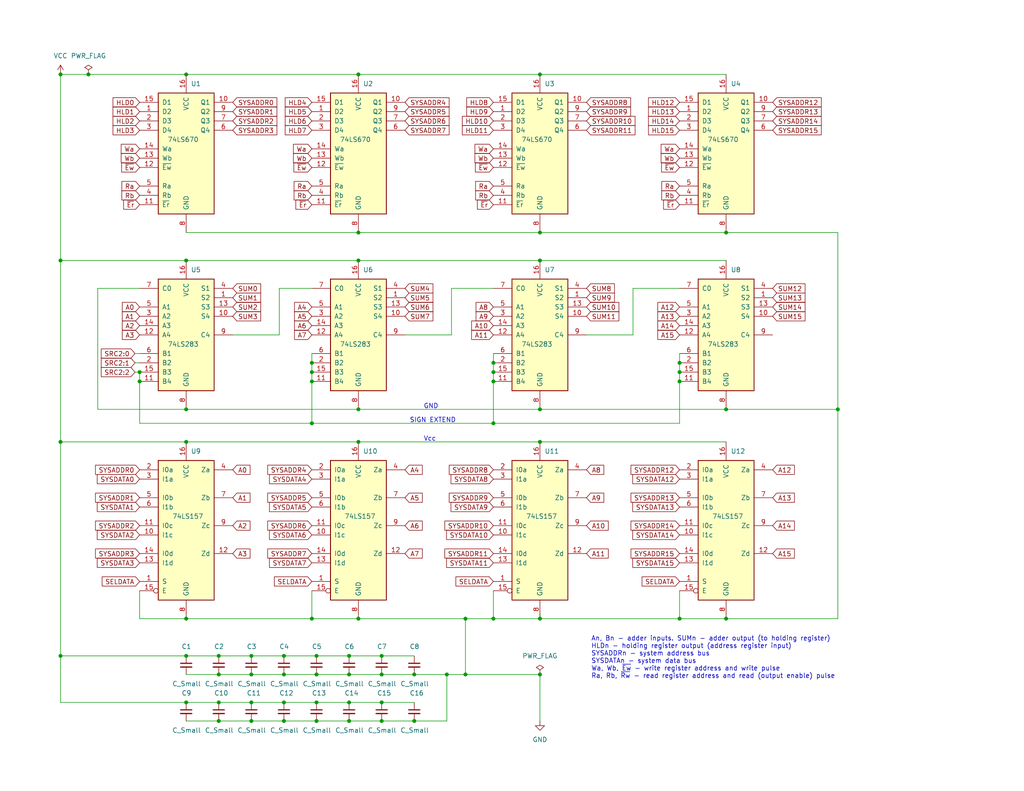
<source format=kicad_sch>
(kicad_sch (version 20230121) (generator eeschema)
  (paper "USLetter")
  (title_block (title "V502 Addressing Unit (Upper Half)"))
  (lib_symbols
    (symbol "74xx:74LS157" (pin_names (offset 1.016))
      (property "Reference" "U" (at -7.62 19.05 0))
      (property "Value" "74LS157" (at -7.62 -21.59 0))
      (symbol "74LS157_1_0"
        (pin input line (at -12.7 -15.24 0) (length 5.08) (name "S") (number "1"))
        (pin input line (at -12.7 -2.54 0) (length 5.08) (name "I1c") (number "10"))
        (pin input line (at -12.7 0 0) (length 5.08) (name "I0c") (number "11"))
        (pin output line (at 12.7 -7.62 180) (length 5.08) (name "Zd") (number "12"))
        (pin input line (at -12.7 -10.16 0) (length 5.08) (name "I1d") (number "13"))
        (pin input line (at -12.7 -7.62 0) (length 5.08) (name "I0d") (number "14"))
        (pin input inverted (at -12.7 -17.78 0) (length 5.08) (name "E") (number "15"))
        (pin power_in line (at 0 22.86 270) (length 5.08) (name "VCC") (number "16"))
        (pin input line (at -12.7 15.24 0) (length 5.08) (name "I0a") (number "2"))
        (pin input line (at -12.7 12.7 0) (length 5.08) (name "I1a") (number "3"))
        (pin output line (at 12.7 15.24 180) (length 5.08) (name "Za") (number "4"))
        (pin input line (at -12.7 7.62 0) (length 5.08) (name "I0b") (number "5"))
        (pin input line (at -12.7 5.08 0) (length 5.08) (name "I1b") (number "6"))
        (pin output line (at 12.7 7.62 180) (length 5.08) (name "Zb") (number "7"))
        (pin power_in line (at 0 -25.4 90) (length 5.08) (name "GND") (number "8"))
        (pin output line (at 12.7 0 180) (length 5.08) (name "Zc") (number "9"))
      )
      (symbol "74LS157_1_1"
        (rectangle (start -7.62 17.78) (end 7.62 -20.32) (stroke (width 0.254)) (fill (type background)))
      )
    )
    (symbol "74xx:74LS283" (pin_names (offset 1.016))
      (property "Reference" "U" (at -7.62 16.51 0))
      (property "Value" "74LS283" (at -7.62 -16.51 0))
      (symbol "74LS283_1_0"
        (pin output line (at 12.7 10.16 180) (length 5.08) (name "S2") (number "1"))
        (pin output line (at 12.7 5.08 180) (length 5.08) (name "S4") (number "10"))
        (pin input line (at -12.7 -12.7 0) (length 5.08) (name "B4") (number "11"))
        (pin input line (at -12.7 0 0) (length 5.08) (name "A4") (number "12"))
        (pin output line (at 12.7 7.62 180) (length 5.08) (name "S3") (number "13"))
        (pin input line (at -12.7 2.54 0) (length 5.08) (name "A3") (number "14"))
        (pin input line (at -12.7 -10.16 0) (length 5.08) (name "B3") (number "15"))
        (pin power_in line (at 0 20.32 270) (length 5.08) (name "VCC") (number "16"))
        (pin input line (at -12.7 -7.62 0) (length 5.08) (name "B2") (number "2"))
        (pin input line (at -12.7 5.08 0) (length 5.08) (name "A2") (number "3"))
        (pin output line (at 12.7 12.7 180) (length 5.08) (name "S1") (number "4"))
        (pin input line (at -12.7 7.62 0) (length 5.08) (name "A1") (number "5"))
        (pin input line (at -12.7 -5.08 0) (length 5.08) (name "B1") (number "6"))
        (pin input line (at -12.7 12.7 0) (length 5.08) (name "C0") (number "7"))
        (pin power_in line (at 0 -20.32 90) (length 5.08) (name "GND") (number "8"))
        (pin output line (at 12.7 0 180) (length 5.08) (name "C4") (number "9"))
      )
      (symbol "74LS283_1_1"
        (rectangle (start -7.62 15.24) (end 7.62 -15.24) (stroke (width 0.254)) (fill (type background)))
      )
    )
    (symbol "74xx:74LS670" (pin_names (offset 1.016))
      (property "Reference" "U" (at -7.62 16.51 0))
      (property "Value" "74LS670" (at -7.62 -19.05 0))
      (symbol "74LS670_1_0"
        (pin input line (at -12.7 10.16 0) (length 5.08) (name "D2") (number "1"))
        (pin tri_state line (at 12.7 12.7 180) (length 5.08) (name "Q1") (number "10"))
        (pin input line (at -12.7 -15.24 0) (length 5.08) (name "~{Er}") (number "11"))
        (pin input line (at -12.7 -5.08 0) (length 5.08) (name "~{Ew}") (number "12"))
        (pin input line (at -12.7 -2.54 0) (length 5.08) (name "Wb") (number "13"))
        (pin input line (at -12.7 0 0) (length 5.08) (name "Wa") (number "14"))
        (pin input line (at -12.7 12.7 0) (length 5.08) (name "D1") (number "15"))
        (pin power_in line (at 0 20.32 270) (length 5.08) (name "VCC") (number "16"))
        (pin input line (at -12.7 7.62 0) (length 5.08) (name "D3") (number "2"))
        (pin input line (at -12.7 5.08 0) (length 5.08) (name "D4") (number "3"))
        (pin input line (at -12.7 -12.7 0) (length 5.08) (name "Rb") (number "4"))
        (pin input line (at -12.7 -10.16 0) (length 5.08) (name "Ra") (number "5"))
        (pin tri_state line (at 12.7 5.08 180) (length 5.08) (name "Q4") (number "6"))
        (pin tri_state line (at 12.7 7.62 180) (length 5.08) (name "Q3") (number "7"))
        (pin power_in line (at 0 -22.86 90) (length 5.08) (name "GND") (number "8"))
        (pin tri_state line (at 12.7 10.16 180) (length 5.08) (name "Q2") (number "9"))
      )
      (symbol "74LS670_1_1"
        (rectangle (start -7.62 15.24) (end 7.62 -17.78) (stroke (width 0.254)) (fill (type background)))
      )
    )
    (symbol "Device:C_Small" (pin_numbers hide) (pin_names (offset 0.254) hide)
      (property "Reference" "C" (at 0.254 1.778 0))
      (property "Value" "C_Small" (at 0.254 -2.032 0))
      (symbol "C_Small_0_1"
        (polyline (pts (xy -1.524 -0.508) (xy 1.524 -0.508)) (stroke (width 0.3302)))
        (polyline (pts (xy -1.524 0.508) (xy 1.524 0.508)) (stroke (width 0.3048)))
      )
      (symbol "C_Small_1_1"
        (pin passive line (at 0 2.54 270) (length 2.032) (name "~") (number "1"))
        (pin passive line (at 0 -2.54 90) (length 2.032) (name "~") (number "2"))
      )
    )
    (symbol "power:GND" (power) (pin_names (offset 0))
      (property "Value" "GND" (at 0 -3.81 0))
      (symbol "GND_0_1"
        (polyline (pts (xy 0 0) (xy 0 -1.27) (xy 1.27 -1.27) (xy 0 -2.54) (xy -1.27 -1.27) (xy 0 -1.27)))
      )
      (symbol "GND_1_1"
        (pin power_in line (at 0 0 270) (length 0) hide (name "GND") (number "1"))
      )
    )
    (symbol "power:PWR_FLAG" (power) (pin_numbers hide) (pin_names (offset 0) hide)
      (property "Value" "PWR_FLAG" (at 0 3.81 0))
      (symbol "PWR_FLAG_0_0"
        (pin power_out line (at 0 0 90) (length 0) (name "pwr") (number "1"))
      )
      (symbol "PWR_FLAG_0_1"
        (polyline (pts (xy 0 0) (xy 0 1.27) (xy -1.016 1.905) (xy 0 2.54) (xy 1.016 1.905) (xy 0 1.27)))
      )
    )
    (symbol "power:VCC" (power) (pin_names (offset 0))
      (property "Value" "VCC" (at 0 3.81 0))
      (symbol "VCC_0_1"
        (polyline (pts (xy -0.762 1.27) (xy 0 2.54)))
        (polyline (pts (xy 0 0) (xy 0 2.54)))
        (polyline (pts (xy 0 2.54) (xy 0.762 1.27)))
      )
      (symbol "VCC_1_1"
        (pin power_in line (at 0 0 90) (length 0) hide (name "VCC") (number "1"))
      )
    )
  )
  (junction (at 127 168.91))
  (junction (at 59.69 191.77))
  (junction (at 59.69 179.07))
  (junction (at 113.03 184.15))
  (junction (at 97.79 168.91))
  (junction (at 85.09 168.91))
  (junction (at 68.58 191.77))
  (junction (at 38.1 101.6))
  (junction (at 50.8 191.77))
  (junction (at 68.58 179.07))
  (junction (at 147.32 63.5))
  (junction (at 86.36 191.77))
  (junction (at 95.25 196.85))
  (junction (at 16.51 71.12))
  (junction (at 86.36 184.15))
  (junction (at 77.47 179.07))
  (junction (at 121.92 184.15))
  (junction (at 86.36 179.07))
  (junction (at 50.8 179.07))
  (junction (at 16.51 179.07))
  (junction (at 77.47 184.15))
  (junction (at 97.79 120.65))
  (junction (at 77.47 196.85))
  (junction (at 24.13 20.32))
  (junction (at 127 184.15))
  (junction (at 185.42 168.91))
  (junction (at 198.12 111.76))
  (junction (at 97.79 71.12))
  (junction (at 134.62 115.57))
  (junction (at 134.62 101.6))
  (junction (at 16.51 20.32))
  (junction (at 97.79 20.32))
  (junction (at 85.09 99.06))
  (junction (at 68.58 196.85))
  (junction (at 95.25 179.07))
  (junction (at 97.79 111.76))
  (junction (at 104.14 196.85))
  (junction (at 95.25 191.77))
  (junction (at 95.25 184.15))
  (junction (at 198.12 168.91))
  (junction (at 134.62 168.91))
  (junction (at 85.09 115.57))
  (junction (at 147.32 184.15))
  (junction (at 104.14 191.77))
  (junction (at 68.58 184.15))
  (junction (at 59.69 196.85))
  (junction (at 185.42 99.06))
  (junction (at 85.09 104.14))
  (junction (at 59.69 184.15))
  (junction (at 185.42 104.14))
  (junction (at 147.32 71.12))
  (junction (at 77.47 191.77))
  (junction (at 104.14 179.07))
  (junction (at 50.8 111.76))
  (junction (at 147.32 168.91))
  (junction (at 104.14 184.15))
  (junction (at 50.8 71.12))
  (junction (at 16.51 120.65))
  (junction (at 134.62 104.14))
  (junction (at 50.8 168.91))
  (junction (at 198.12 63.5))
  (junction (at 147.32 20.32))
  (junction (at 185.42 101.6))
  (junction (at 85.09 101.6))
  (junction (at 97.79 63.5))
  (junction (at 228.6 111.76))
  (junction (at 50.8 20.32))
  (junction (at 113.03 196.85))
  (junction (at 86.36 196.85))
  (junction (at 147.32 111.76))
  (junction (at 50.8 120.65))
  (junction (at 38.1 104.14))
  (junction (at 134.62 99.06))
  (junction (at 147.32 120.65))
  (wire (pts (xy 185.42 96.52) (xy 185.42 99.06)))
  (wire (pts (xy 77.47 184.15) (xy 86.36 184.15)))
  (wire (pts (xy 228.6 168.91) (xy 228.6 111.76)))
  (wire (pts (xy 38.1 78.74) (xy 26.67 78.74)))
  (wire (pts (xy 50.8 20.32) (xy 97.79 20.32)))
  (wire (pts (xy 59.69 184.15) (xy 68.58 184.15)))
  (wire (pts (xy 59.69 179.07) (xy 68.58 179.07)))
  (wire (pts (xy 147.32 167.64) (xy 147.32 168.91)))
  (wire (pts (xy 110.49 91.44) (xy 123.19 91.44)))
  (wire (pts (xy 68.58 179.07) (xy 77.47 179.07)))
  (wire (pts (xy 38.1 161.29) (xy 38.1 168.91)))
  (wire (pts (xy 134.62 168.91) (xy 147.32 168.91)))
  (wire (pts (xy 59.69 196.85) (xy 68.58 196.85)))
  (wire (pts (xy 50.8 179.07) (xy 59.69 179.07)))
  (wire (pts (xy 38.1 101.6) (xy 38.1 104.14)))
  (wire (pts (xy 147.32 20.32) (xy 198.12 20.32)))
  (wire (pts (xy 104.14 179.07) (xy 113.03 179.07)))
  (wire (pts (xy 85.09 99.06) (xy 85.09 101.6)))
  (wire (pts (xy 97.79 63.5) (xy 147.32 63.5)))
  (wire (pts (xy 127 168.91) (xy 127 184.15)))
  (wire (pts (xy 36.83 101.6) (xy 38.1 101.6)))
  (wire (pts (xy 97.79 168.91) (xy 127 168.91)))
  (wire (pts (xy 77.47 179.07) (xy 86.36 179.07)))
  (wire (pts (xy 185.42 101.6) (xy 185.42 104.14)))
  (wire (pts (xy 50.8 63.5) (xy 97.79 63.5)))
  (wire (pts (xy 95.25 184.15) (xy 104.14 184.15)))
  (wire (pts (xy 85.09 115.57) (xy 134.62 115.57)))
  (wire (pts (xy 172.72 78.74) (xy 185.42 78.74)))
  (wire (pts (xy 123.19 78.74) (xy 134.62 78.74)))
  (wire (pts (xy 50.8 196.85) (xy 59.69 196.85)))
  (wire (pts (xy 97.79 120.65) (xy 147.32 120.65)))
  (wire (pts (xy 50.8 111.76) (xy 97.79 111.76)))
  (wire (pts (xy 50.8 184.15) (xy 59.69 184.15)))
  (wire (pts (xy 63.5 91.44) (xy 76.2 91.44)))
  (wire (pts (xy 85.09 161.29) (xy 85.09 168.91)))
  (wire (pts (xy 16.51 120.65) (xy 50.8 120.65)))
  (wire (pts (xy 147.32 111.76) (xy 198.12 111.76)))
  (wire (pts (xy 147.32 168.91) (xy 185.42 168.91)))
  (wire (pts (xy 147.32 184.15) (xy 147.32 196.85)))
  (wire (pts (xy 121.92 184.15) (xy 127 184.15)))
  (wire (pts (xy 85.09 96.52) (xy 85.09 99.06)))
  (wire (pts (xy 104.14 184.15) (xy 113.03 184.15)))
  (wire (pts (xy 127 168.91) (xy 134.62 168.91)))
  (wire (pts (xy 85.09 104.14) (xy 85.09 115.57)))
  (wire (pts (xy 36.83 99.06) (xy 38.1 99.06)))
  (wire (pts (xy 86.36 179.07) (xy 95.25 179.07)))
  (wire (pts (xy 16.51 120.65) (xy 16.51 179.07)))
  (wire (pts (xy 185.42 161.29) (xy 185.42 168.91)))
  (wire (pts (xy 134.62 96.52) (xy 134.62 99.06)))
  (wire (pts (xy 147.32 63.5) (xy 198.12 63.5)))
  (wire (pts (xy 68.58 191.77) (xy 77.47 191.77)))
  (wire (pts (xy 160.02 91.44) (xy 172.72 91.44)))
  (wire (pts (xy 104.14 191.77) (xy 113.03 191.77)))
  (wire (pts (xy 198.12 168.91) (xy 228.6 168.91)))
  (wire (pts (xy 50.8 120.65) (xy 97.79 120.65)))
  (wire (pts (xy 104.14 196.85) (xy 113.03 196.85)))
  (wire (pts (xy 127 184.15) (xy 147.32 184.15)))
  (wire (pts (xy 86.36 196.85) (xy 95.25 196.85)))
  (wire (pts (xy 24.13 20.32) (xy 50.8 20.32)))
  (wire (pts (xy 38.1 168.91) (xy 50.8 168.91)))
  (wire (pts (xy 85.09 78.74) (xy 76.2 78.74)))
  (wire (pts (xy 16.51 71.12) (xy 16.51 120.65)))
  (wire (pts (xy 26.67 78.74) (xy 26.67 111.76)))
  (wire (pts (xy 134.62 99.06) (xy 134.62 101.6)))
  (wire (pts (xy 134.62 115.57) (xy 185.42 115.57)))
  (wire (pts (xy 16.51 191.77) (xy 50.8 191.77)))
  (wire (pts (xy 36.83 96.52) (xy 38.1 96.52)))
  (wire (pts (xy 86.36 191.77) (xy 95.25 191.77)))
  (wire (pts (xy 38.1 115.57) (xy 85.09 115.57)))
  (wire (pts (xy 86.36 184.15) (xy 95.25 184.15)))
  (wire (pts (xy 26.67 111.76) (xy 50.8 111.76)))
  (wire (pts (xy 147.32 120.65) (xy 198.12 120.65)))
  (wire (pts (xy 113.03 196.85) (xy 121.92 196.85)))
  (wire (pts (xy 134.62 161.29) (xy 134.62 168.91)))
  (wire (pts (xy 16.51 179.07) (xy 50.8 179.07)))
  (wire (pts (xy 147.32 71.12) (xy 198.12 71.12)))
  (wire (pts (xy 85.09 168.91) (xy 97.79 168.91)))
  (wire (pts (xy 228.6 63.5) (xy 228.6 111.76)))
  (wire (pts (xy 113.03 184.15) (xy 121.92 184.15)))
  (wire (pts (xy 123.19 91.44) (xy 123.19 78.74)))
  (wire (pts (xy 185.42 168.91) (xy 198.12 168.91)))
  (wire (pts (xy 95.25 191.77) (xy 104.14 191.77)))
  (wire (pts (xy 77.47 196.85) (xy 86.36 196.85)))
  (wire (pts (xy 185.42 99.06) (xy 185.42 101.6)))
  (wire (pts (xy 50.8 191.77) (xy 59.69 191.77)))
  (wire (pts (xy 16.51 20.32) (xy 16.51 71.12)))
  (wire (pts (xy 95.25 179.07) (xy 104.14 179.07)))
  (wire (pts (xy 16.51 179.07) (xy 16.51 191.77)))
  (wire (pts (xy 95.25 196.85) (xy 104.14 196.85)))
  (wire (pts (xy 97.79 71.12) (xy 147.32 71.12)))
  (wire (pts (xy 77.47 191.77) (xy 86.36 191.77)))
  (wire (pts (xy 185.42 104.14) (xy 185.42 115.57)))
  (wire (pts (xy 16.51 20.32) (xy 24.13 20.32)))
  (wire (pts (xy 16.51 71.12) (xy 50.8 71.12)))
  (wire (pts (xy 134.62 104.14) (xy 134.62 115.57)))
  (wire (pts (xy 38.1 104.14) (xy 38.1 115.57)))
  (wire (pts (xy 68.58 184.15) (xy 77.47 184.15)))
  (wire (pts (xy 198.12 111.76) (xy 228.6 111.76)))
  (wire (pts (xy 76.2 78.74) (xy 76.2 91.44)))
  (wire (pts (xy 198.12 63.5) (xy 228.6 63.5)))
  (wire (pts (xy 59.69 191.77) (xy 68.58 191.77)))
  (wire (pts (xy 121.92 184.15) (xy 121.92 196.85)))
  (wire (pts (xy 50.8 71.12) (xy 97.79 71.12)))
  (wire (pts (xy 97.79 20.32) (xy 147.32 20.32)))
  (wire (pts (xy 85.09 101.6) (xy 85.09 104.14)))
  (wire (pts (xy 50.8 168.91) (xy 85.09 168.91)))
  (wire (pts (xy 134.62 101.6) (xy 134.62 104.14)))
  (wire (pts (xy 172.72 91.44) (xy 172.72 78.74)))
  (wire (pts (xy 68.58 196.85) (xy 77.47 196.85)))
  (wire (pts (xy 97.79 111.76) (xy 147.32 111.76)))
  (text "An, Bn - adder inputs. SUMn - adder output (to holding register)\nHLDn - holding register output (address register input)\nSYSADDRn - system address bus\nSYSDATAn - system data bus\nWa, Wb, ~{Ew} - write register address and write pulse\nRa, Rb, ~{Rw} - read register address and read (output enable) pulse" (at 161.29 185.42 0) (effects (font (size 1.27 1.27)) (justify left bottom)))
  (text "SIGN EXTEND" (at 111.76 115.57 0) (effects (font (size 1.27 1.27)) (justify left bottom)))
  (text "GND" (at 115.57 111.76 0) (effects (font (size 1.27 1.27)) (justify left bottom)))
  (text "Vcc" (at 115.57 120.65 0) (effects (font (size 1.27 1.27)) (justify left bottom)))
  (global_label "SUM1" (shape input) (at 63.5 81.28 0) (property "Intersheetrefs" "${INTERSHEET_REFS}" (effects hide)))
  (global_label "A4" (shape input) (at 85.09 83.82 180) (property "Intersheetrefs" "${INTERSHEET_REFS}" (effects hide)))
  (global_label "Ra" (shape input) (at 38.1 50.8 180) (property "Intersheetrefs" "${INTERSHEET_REFS}" (effects hide)))
  (global_label "SELDATA" (shape input) (at 134.62 158.75 180) (property "Intersheetrefs" "${INTERSHEET_REFS}" (effects hide)))
  (global_label "HLD13" (shape input) (at 185.42 30.48 180) (property "Intersheetrefs" "${INTERSHEET_REFS}" (effects hide)))
  (global_label "SYSADDR14" (shape input) (at 185.42 143.51 180) (property "Intersheetrefs" "${INTERSHEET_REFS}" (effects hide)))
  (global_label "SYSDATA11" (shape input) (at 134.62 153.67 180) (property "Intersheetrefs" "${INTERSHEET_REFS}" (effects hide)))
  (global_label "SYSADDR13" (shape input) (at 185.42 135.89 180) (property "Intersheetrefs" "${INTERSHEET_REFS}" (effects hide)))
  (global_label "HLD8" (shape input) (at 134.62 27.94 180) (property "Intersheetrefs" "${INTERSHEET_REFS}" (effects hide)))
  (global_label "SUM0" (shape input) (at 63.5 78.74 0) (property "Intersheetrefs" "${INTERSHEET_REFS}" (effects hide)))
  (global_label "A2" (shape input) (at 63.5 143.51 0) (property "Intersheetrefs" "${INTERSHEET_REFS}" (effects hide)))
  (global_label "SYSADDR11" (shape input) (at 160.02 35.56 0) (property "Intersheetrefs" "${INTERSHEET_REFS}" (effects hide)))
  (global_label "Rb" (shape input) (at 134.62 53.34 180) (property "Intersheetrefs" "${INTERSHEET_REFS}" (effects hide)))
  (global_label "A3" (shape input) (at 38.1 91.44 180) (property "Intersheetrefs" "${INTERSHEET_REFS}" (effects hide)))
  (global_label "Wa" (shape input) (at 85.09 40.64 180) (property "Intersheetrefs" "${INTERSHEET_REFS}" (effects hide)))
  (global_label "SYSADDR0" (shape input) (at 38.1 128.27 180) (property "Intersheetrefs" "${INTERSHEET_REFS}" (effects hide)))
  (global_label "SYSADDR9" (shape input) (at 134.62 135.89 180) (property "Intersheetrefs" "${INTERSHEET_REFS}" (effects hide)))
  (global_label "Wa" (shape input) (at 185.42 40.64 180) (property "Intersheetrefs" "${INTERSHEET_REFS}" (effects hide)))
  (global_label "Wb" (shape input) (at 38.1 43.18 180) (property "Intersheetrefs" "${INTERSHEET_REFS}" (effects hide)))
  (global_label "A9" (shape input) (at 160.02 135.89 0) (property "Intersheetrefs" "${INTERSHEET_REFS}" (effects hide)))
  (global_label "SYSDATA7" (shape input) (at 85.09 153.67 180) (property "Intersheetrefs" "${INTERSHEET_REFS}" (effects hide)))
  (global_label "SYSDATA2" (shape input) (at 38.1 146.05 180) (property "Intersheetrefs" "${INTERSHEET_REFS}" (effects hide)))
  (global_label "A5" (shape input) (at 85.09 86.36 180) (property "Intersheetrefs" "${INTERSHEET_REFS}" (effects hide)))
  (global_label "Wb" (shape input) (at 134.62 43.18 180) (property "Intersheetrefs" "${INTERSHEET_REFS}" (effects hide)))
  (global_label "A14" (shape input) (at 185.42 88.9 180) (property "Intersheetrefs" "${INTERSHEET_REFS}" (effects hide)))
  (global_label "SRC2:1" (shape input) (at 36.83 99.06 180) (property "Intersheetrefs" "${INTERSHEET_REFS}" (effects hide)))
  (global_label "SUM4" (shape input) (at 110.49 78.74 0) (property "Intersheetrefs" "${INTERSHEET_REFS}" (effects hide)))
  (global_label "SYSADDR15" (shape input) (at 210.82 35.56 0) (property "Intersheetrefs" "${INTERSHEET_REFS}" (effects hide)))
  (global_label "A13" (shape input) (at 210.82 135.89 0) (property "Intersheetrefs" "${INTERSHEET_REFS}" (effects hide)))
  (global_label "SYSDATA8" (shape input) (at 134.62 130.81 180) (property "Intersheetrefs" "${INTERSHEET_REFS}" (effects hide)))
  (global_label "SUM9" (shape input) (at 160.02 81.28 0) (property "Intersheetrefs" "${INTERSHEET_REFS}" (effects hide)))
  (global_label "HLD11" (shape input) (at 134.62 35.56 180) (property "Intersheetrefs" "${INTERSHEET_REFS}" (effects hide)))
  (global_label "A4" (shape input) (at 110.49 128.27 0) (property "Intersheetrefs" "${INTERSHEET_REFS}" (effects hide)))
  (global_label "SUM13" (shape input) (at 210.82 81.28 0) (property "Intersheetrefs" "${INTERSHEET_REFS}" (effects hide)))
  (global_label "SYSADDR5" (shape input) (at 85.09 135.89 180) (property "Intersheetrefs" "${INTERSHEET_REFS}" (effects hide)))
  (global_label "A15" (shape input) (at 210.82 151.13 0) (property "Intersheetrefs" "${INTERSHEET_REFS}" (effects hide)))
  (global_label "SYSADDR7" (shape input) (at 110.49 35.56 0) (property "Intersheetrefs" "${INTERSHEET_REFS}" (effects hide)))
  (global_label "SYSDATA5" (shape input) (at 85.09 138.43 180) (property "Intersheetrefs" "${INTERSHEET_REFS}" (effects hide)))
  (global_label "SYSADDR2" (shape input) (at 38.1 143.51 180) (property "Intersheetrefs" "${INTERSHEET_REFS}" (effects hide)))
  (global_label "SYSADDR7" (shape input) (at 85.09 151.13 180) (property "Intersheetrefs" "${INTERSHEET_REFS}" (effects hide)))
  (global_label "A6" (shape input) (at 110.49 143.51 0) (property "Intersheetrefs" "${INTERSHEET_REFS}" (effects hide)))
  (global_label "HLD6" (shape input) (at 85.09 33.02 180) (property "Intersheetrefs" "${INTERSHEET_REFS}" (effects hide)))
  (global_label "HLD10" (shape input) (at 134.62 33.02 180) (property "Intersheetrefs" "${INTERSHEET_REFS}" (effects hide)))
  (global_label "SYSDATA13" (shape input) (at 185.42 138.43 180) (property "Intersheetrefs" "${INTERSHEET_REFS}" (effects hide)))
  (global_label "SYSADDR6" (shape input) (at 110.49 33.02 0) (property "Intersheetrefs" "${INTERSHEET_REFS}" (effects hide)))
  (global_label "SRC2:0" (shape input) (at 36.83 96.52 180) (property "Intersheetrefs" "${INTERSHEET_REFS}" (effects hide)))
  (global_label "Rb" (shape input) (at 185.42 53.34 180) (property "Intersheetrefs" "${INTERSHEET_REFS}" (effects hide)))
  (global_label "A7" (shape input) (at 85.09 91.44 180) (property "Intersheetrefs" "${INTERSHEET_REFS}" (effects hide)))
  (global_label "SYSADDR12" (shape input) (at 210.82 27.94 0) (property "Intersheetrefs" "${INTERSHEET_REFS}" (effects hide)))
  (global_label "A14" (shape input) (at 210.82 143.51 0) (property "Intersheetrefs" "${INTERSHEET_REFS}" (effects hide)))
  (global_label "HLD2" (shape input) (at 38.1 33.02 180) (property "Intersheetrefs" "${INTERSHEET_REFS}" (effects hide)))
  (global_label "HLD0" (shape input) (at 38.1 27.94 180) (property "Intersheetrefs" "${INTERSHEET_REFS}" (effects hide)))
  (global_label "A15" (shape input) (at 185.42 91.44 180) (property "Intersheetrefs" "${INTERSHEET_REFS}" (effects hide)))
  (global_label "~{Ew}" (shape input) (at 185.42 45.72 180) (property "Intersheetrefs" "${INTERSHEET_REFS}" (effects hide)))
  (global_label "SUM3" (shape input) (at 63.5 86.36 0) (property "Intersheetrefs" "${INTERSHEET_REFS}" (effects hide)))
  (global_label "SELDATA" (shape input) (at 38.1 158.75 180) (property "Intersheetrefs" "${INTERSHEET_REFS}" (effects hide)))
  (global_label "SYSADDR0" (shape input) (at 63.5 27.94 0) (property "Intersheetrefs" "${INTERSHEET_REFS}" (effects hide)))
  (global_label "SYSADDR4" (shape input) (at 110.49 27.94 0) (property "Intersheetrefs" "${INTERSHEET_REFS}" (effects hide)))
  (global_label "Rb" (shape input) (at 85.09 53.34 180) (property "Intersheetrefs" "${INTERSHEET_REFS}" (effects hide)))
  (global_label "A11" (shape input) (at 160.02 151.13 0) (property "Intersheetrefs" "${INTERSHEET_REFS}" (effects hide)))
  (global_label "SUM10" (shape input) (at 160.02 83.82 0) (property "Intersheetrefs" "${INTERSHEET_REFS}" (effects hide)))
  (global_label "~{Er}" (shape input) (at 85.09 55.88 180) (property "Intersheetrefs" "${INTERSHEET_REFS}" (effects hide)))
  (global_label "A13" (shape input) (at 185.42 86.36 180) (property "Intersheetrefs" "${INTERSHEET_REFS}" (effects hide)))
  (global_label "SYSADDR11" (shape input) (at 134.62 151.13 180) (property "Intersheetrefs" "${INTERSHEET_REFS}" (effects hide)))
  (global_label "A7" (shape input) (at 110.49 151.13 0) (property "Intersheetrefs" "${INTERSHEET_REFS}" (effects hide)))
  (global_label "SYSADDR1" (shape input) (at 63.5 30.48 0) (property "Intersheetrefs" "${INTERSHEET_REFS}" (effects hide)))
  (global_label "~{Ew}" (shape input) (at 38.1 45.72 180) (property "Intersheetrefs" "${INTERSHEET_REFS}" (effects hide)))
  (global_label "SYSDATA10" (shape input) (at 134.62 146.05 180) (property "Intersheetrefs" "${INTERSHEET_REFS}" (effects hide)))
  (global_label "SUM2" (shape input) (at 63.5 83.82 0) (property "Intersheetrefs" "${INTERSHEET_REFS}" (effects hide)))
  (global_label "SYSDATA0" (shape input) (at 38.1 130.81 180) (property "Intersheetrefs" "${INTERSHEET_REFS}" (effects hide)))
  (global_label "SELDATA" (shape input) (at 85.09 158.75 180) (property "Intersheetrefs" "${INTERSHEET_REFS}" (effects hide)))
  (global_label "A0" (shape input) (at 63.5 128.27 0) (property "Intersheetrefs" "${INTERSHEET_REFS}" (effects hide)))
  (global_label "SUM8" (shape input) (at 160.02 78.74 0) (property "Intersheetrefs" "${INTERSHEET_REFS}" (effects hide)))
  (global_label "SELDATA" (shape input) (at 185.42 158.75 180) (property "Intersheetrefs" "${INTERSHEET_REFS}" (effects hide)))
  (global_label "SYSADDR4" (shape input) (at 85.09 128.27 180) (property "Intersheetrefs" "${INTERSHEET_REFS}" (effects hide)))
  (global_label "A6" (shape input) (at 85.09 88.9 180) (property "Intersheetrefs" "${INTERSHEET_REFS}" (effects hide)))
  (global_label "SYSADDR6" (shape input) (at 85.09 143.51 180) (property "Intersheetrefs" "${INTERSHEET_REFS}" (effects hide)))
  (global_label "SUM11" (shape input) (at 160.02 86.36 0) (property "Intersheetrefs" "${INTERSHEET_REFS}" (effects hide)))
  (global_label "SYSADDR10" (shape input) (at 134.62 143.51 180) (property "Intersheetrefs" "${INTERSHEET_REFS}" (effects hide)))
  (global_label "SYSDATA14" (shape input) (at 185.42 146.05 180) (property "Intersheetrefs" "${INTERSHEET_REFS}" (effects hide)))
  (global_label "SYSADDR3" (shape input) (at 63.5 35.56 0) (property "Intersheetrefs" "${INTERSHEET_REFS}" (effects hide)))
  (global_label "SUM7" (shape input) (at 110.49 86.36 0) (property "Intersheetrefs" "${INTERSHEET_REFS}" (effects hide)))
  (global_label "SYSADDR2" (shape input) (at 63.5 33.02 0) (property "Intersheetrefs" "${INTERSHEET_REFS}" (effects hide)))
  (global_label "SYSADDR13" (shape input) (at 210.82 30.48 0) (property "Intersheetrefs" "${INTERSHEET_REFS}" (effects hide)))
  (global_label "Ra" (shape input) (at 134.62 50.8 180) (property "Intersheetrefs" "${INTERSHEET_REFS}" (effects hide)))
  (global_label "A0" (shape input) (at 38.1 83.82 180) (property "Intersheetrefs" "${INTERSHEET_REFS}" (effects hide)))
  (global_label "A10" (shape input) (at 134.62 88.9 180) (property "Intersheetrefs" "${INTERSHEET_REFS}" (effects hide)))
  (global_label "A5" (shape input) (at 110.49 135.89 0) (property "Intersheetrefs" "${INTERSHEET_REFS}" (effects hide)))
  (global_label "~{Ew}" (shape input) (at 85.09 45.72 180) (property "Intersheetrefs" "${INTERSHEET_REFS}" (effects hide)))
  (global_label "SYSADDR8" (shape input) (at 134.62 128.27 180) (property "Intersheetrefs" "${INTERSHEET_REFS}" (effects hide)))
  (global_label "A11" (shape input) (at 134.62 91.44 180) (property "Intersheetrefs" "${INTERSHEET_REFS}" (effects hide)))
  (global_label "A1" (shape input) (at 63.5 135.89 0) (property "Intersheetrefs" "${INTERSHEET_REFS}" (effects hide)))
  (global_label "SUM6" (shape input) (at 110.49 83.82 0) (property "Intersheetrefs" "${INTERSHEET_REFS}" (effects hide)))
  (global_label "A3" (shape input) (at 63.5 151.13 0) (property "Intersheetrefs" "${INTERSHEET_REFS}" (effects hide)))
  (global_label "SUM5" (shape input) (at 110.49 81.28 0) (property "Intersheetrefs" "${INTERSHEET_REFS}" (effects hide)))
  (global_label "SYSADDR9" (shape input) (at 160.02 30.48 0) (property "Intersheetrefs" "${INTERSHEET_REFS}" (effects hide)))
  (global_label "SYSDATA6" (shape input) (at 85.09 146.05 180) (property "Intersheetrefs" "${INTERSHEET_REFS}" (effects hide)))
  (global_label "Wb" (shape input) (at 185.42 43.18 180) (property "Intersheetrefs" "${INTERSHEET_REFS}" (effects hide)))
  (global_label "Wa" (shape input) (at 38.1 40.64 180) (property "Intersheetrefs" "${INTERSHEET_REFS}" (effects hide)))
  (global_label "SYSADDR15" (shape input) (at 185.42 151.13 180) (property "Intersheetrefs" "${INTERSHEET_REFS}" (effects hide)))
  (global_label "A12" (shape input) (at 185.42 83.82 180) (property "Intersheetrefs" "${INTERSHEET_REFS}" (effects hide)))
  (global_label "SYSADDR1" (shape input) (at 38.1 135.89 180) (property "Intersheetrefs" "${INTERSHEET_REFS}" (effects hide)))
  (global_label "SYSDATA15" (shape input) (at 185.42 153.67 180) (property "Intersheetrefs" "${INTERSHEET_REFS}" (effects hide)))
  (global_label "Wb" (shape input) (at 85.09 43.18 180) (property "Intersheetrefs" "${INTERSHEET_REFS}" (effects hide)))
  (global_label "A12" (shape input) (at 210.82 128.27 0) (property "Intersheetrefs" "${INTERSHEET_REFS}" (effects hide)))
  (global_label "HLD7" (shape input) (at 85.09 35.56 180) (property "Intersheetrefs" "${INTERSHEET_REFS}" (effects hide)))
  (global_label "HLD5" (shape input) (at 85.09 30.48 180) (property "Intersheetrefs" "${INTERSHEET_REFS}" (effects hide)))
  (global_label "SYSADDR12" (shape input) (at 185.42 128.27 180) (property "Intersheetrefs" "${INTERSHEET_REFS}" (effects hide)))
  (global_label "SYSADDR14" (shape input) (at 210.82 33.02 0) (property "Intersheetrefs" "${INTERSHEET_REFS}" (effects hide)))
  (global_label "SYSADDR8" (shape input) (at 160.02 27.94 0) (property "Intersheetrefs" "${INTERSHEET_REFS}" (effects hide)))
  (global_label "HLD9" (shape input) (at 134.62 30.48 180) (property "Intersheetrefs" "${INTERSHEET_REFS}" (effects hide)))
  (global_label "SUM15" (shape input) (at 210.82 86.36 0) (property "Intersheetrefs" "${INTERSHEET_REFS}" (effects hide)))
  (global_label "Wa" (shape input) (at 134.62 40.64 180) (property "Intersheetrefs" "${INTERSHEET_REFS}" (effects hide)))
  (global_label "~{Er}" (shape input) (at 134.62 55.88 180) (property "Intersheetrefs" "${INTERSHEET_REFS}" (effects hide)))
  (global_label "A8" (shape input) (at 134.62 83.82 180) (property "Intersheetrefs" "${INTERSHEET_REFS}" (effects hide)))
  (global_label "HLD15" (shape input) (at 185.42 35.56 180) (property "Intersheetrefs" "${INTERSHEET_REFS}" (effects hide)))
  (global_label "SYSADDR3" (shape input) (at 38.1 151.13 180) (property "Intersheetrefs" "${INTERSHEET_REFS}" (effects hide)))
  (global_label "SYSDATA12" (shape input) (at 185.42 130.81 180) (property "Intersheetrefs" "${INTERSHEET_REFS}" (effects hide)))
  (global_label "HLD4" (shape input) (at 85.09 27.94 180) (property "Intersheetrefs" "${INTERSHEET_REFS}" (effects hide)))
  (global_label "~{Er}" (shape input) (at 185.42 55.88 180) (property "Intersheetrefs" "${INTERSHEET_REFS}" (effects hide)))
  (global_label "HLD3" (shape input) (at 38.1 35.56 180) (property "Intersheetrefs" "${INTERSHEET_REFS}" (effects hide)))
  (global_label "SYSDATA3" (shape input) (at 38.1 153.67 180) (property "Intersheetrefs" "${INTERSHEET_REFS}" (effects hide)))
  (global_label "SRC2:2" (shape input) (at 36.83 101.6 180) (property "Intersheetrefs" "${INTERSHEET_REFS}" (effects hide)))
  (global_label "SUM14" (shape input) (at 210.82 83.82 0) (property "Intersheetrefs" "${INTERSHEET_REFS}" (effects hide)))
  (global_label "A9" (shape input) (at 134.62 86.36 180) (property "Intersheetrefs" "${INTERSHEET_REFS}" (effects hide)))
  (global_label "SYSDATA9" (shape input) (at 134.62 138.43 180) (property "Intersheetrefs" "${INTERSHEET_REFS}" (effects hide)))
  (global_label "~{Ew}" (shape input) (at 134.62 45.72 180) (property "Intersheetrefs" "${INTERSHEET_REFS}" (effects hide)))
  (global_label "Ra" (shape input) (at 85.09 50.8 180) (property "Intersheetrefs" "${INTERSHEET_REFS}" (effects hide)))
  (global_label "~{Er}" (shape input) (at 38.1 55.88 180) (property "Intersheetrefs" "${INTERSHEET_REFS}" (effects hide)))
  (global_label "Ra" (shape input) (at 185.42 50.8 180) (property "Intersheetrefs" "${INTERSHEET_REFS}" (effects hide)))
  (global_label "HLD14" (shape input) (at 185.42 33.02 180) (property "Intersheetrefs" "${INTERSHEET_REFS}" (effects hide)))
  (global_label "A10" (shape input) (at 160.02 143.51 0) (property "Intersheetrefs" "${INTERSHEET_REFS}" (effects hide)))
  (global_label "SYSADDR5" (shape input) (at 110.49 30.48 0) (property "Intersheetrefs" "${INTERSHEET_REFS}" (effects hide)))
  (global_label "SUM12" (shape input) (at 210.82 78.74 0) (property "Intersheetrefs" "${INTERSHEET_REFS}" (effects hide)))
  (global_label "HLD12" (shape input) (at 185.42 27.94 180) (property "Intersheetrefs" "${INTERSHEET_REFS}" (effects hide)))
  (global_label "Rb" (shape input) (at 38.1 53.34 180) (property "Intersheetrefs" "${INTERSHEET_REFS}" (effects hide)))
  (global_label "A8" (shape input) (at 160.02 128.27 0) (property "Intersheetrefs" "${INTERSHEET_REFS}" (effects hide)))
  (global_label "HLD1" (shape input) (at 38.1 30.48 180) (property "Intersheetrefs" "${INTERSHEET_REFS}" (effects hide)))
  (global_label "SYSADDR10" (shape input) (at 160.02 33.02 0) (property "Intersheetrefs" "${INTERSHEET_REFS}" (effects hide)))
  (global_label "A1" (shape input) (at 38.1 86.36 180) (property "Intersheetrefs" "${INTERSHEET_REFS}" (effects hide)))
  (global_label "SYSDATA1" (shape input) (at 38.1 138.43 180) (property "Intersheetrefs" "${INTERSHEET_REFS}" (effects hide)))
  (global_label "A2" (shape input) (at 38.1 88.9 180) (property "Intersheetrefs" "${INTERSHEET_REFS}" (effects hide)))
  (global_label "SYSDATA4" (shape input) (at 85.09 130.81 180) (property "Intersheetrefs" "${INTERSHEET_REFS}" (effects hide)))
  (symbol (lib_id "power:GND") (at 147.32 196.85 0) (unit 1)
    (property "Reference" "#PWR01" (effects hide))
    (property "Value" "GND" (at 147.32 201.93 0))
    (instances (project "V502" (path "" (reference "#PWR01") (unit 1)) (path "" (reference "#PWR02") (unit 1))))
  )
  (symbol (lib_id "Device:C_Small") (at 68.58 181.61 0) (unit 1)
    (property "Reference" "C3" (at 67.31 176.53 0) (effects (justify left)))
    (property "Value" "C_Small" (at 64.77 186.69 0) (effects (justify left)))
    (property "Footprint" "Capacitor_THT:C_Disc_D3.0mm_W2.0mm_P2.50mm" (effects hide))
    (instances (project "V502" (path "" (reference "C3") (unit 1)) (path "" (reference "C5") (unit 1))))
  )
  (symbol (lib_id "Device:C_Small") (at 77.47 194.31 0) (unit 1)
    (property "Reference" "C12" (at 76.2 189.23 0) (effects (justify left)))
    (property "Value" "C_Small" (at 73.66 199.39 0) (effects (justify left)))
    (property "Footprint" "Capacitor_THT:C_Disc_D3.0mm_W2.0mm_P2.50mm" (effects hide))
    (instances (project "V502" (path "" (reference "C12") (unit 1)) (path "" (reference "C8") (unit 1))))
  )
  (symbol (lib_id "Device:C_Small") (at 77.47 181.61 0) (unit 1)
    (property "Reference" "C4" (at 76.2 176.53 0) (effects (justify left)))
    (property "Value" "C_Small" (at 73.66 186.69 0) (effects (justify left)))
    (property "Footprint" "Capacitor_THT:C_Disc_D3.0mm_W2.0mm_P2.50mm" (effects hide))
    (instances (project "V502" (path "" (reference "C4") (unit 1)) (path "" (reference "C7") (unit 1))))
  )
  (symbol (lib_id "Device:C_Small") (at 59.69 194.31 0) (unit 1)
    (property "Reference" "C10" (at 58.42 189.23 0) (effects (justify left)))
    (property "Value" "C_Small" (at 55.88 199.39 0) (effects (justify left)))
    (property "Footprint" "Capacitor_THT:C_Disc_D3.0mm_W2.0mm_P2.50mm" (effects hide))
    (instances (project "V502" (path "" (reference "C10") (unit 1)) (path "" (reference "C4") (unit 1))))
  )
  (symbol (lib_id "74xx:74LS283") (at 50.8 91.44 0) (unit 1)
    (property "Reference" "U5" (at 52.07 73.66 0) (effects (justify left)))
    (property "Value" "74LS283" (at 45.72 93.98 0) (effects (justify left)))
    (property "Footprint" "Package_DIP:DIP-16_W7.62mm" (effects hide))
    (property "Datasheet" "http://www.ti.com/lit/gpn/sn74LS283" (effects hide))
    (instances (project "V502" (path "" (reference "U5") (unit 1)) (path "" (reference "U2") (unit 1))))
  )
  (symbol (lib_id "74xx:74LS283") (at 198.12 91.44 0) (unit 1)
    (property "Reference" "U8" (at 199.39 73.66 0) (effects (justify left)))
    (property "Value" "74LS283" (at 193.04 93.98 0) (effects (justify left)))
    (property "Footprint" "Package_DIP:DIP-16_W7.62mm" (effects hide))
    (property "Datasheet" "http://www.ti.com/lit/gpn/sn74LS283" (effects hide))
    (instances (project "V502" (path "" (reference "U8") (unit 1)) (path "" (reference "U11") (unit 1))))
  )
  (symbol (lib_id "Device:C_Small") (at 50.8 194.31 0) (unit 1)
    (property "Reference" "C9" (at 49.53 189.23 0) (effects (justify left)))
    (property "Value" "C_Small" (at 46.99 199.39 0) (effects (justify left)))
    (property "Footprint" "Capacitor_THT:C_Disc_D3.0mm_W2.0mm_P2.50mm" (effects hide))
    (instances (project "V502" (path "" (reference "C9") (unit 1)) (path "" (reference "C2") (unit 1))))
  )
  (symbol (lib_id "74xx:74LS283") (at 147.32 91.44 0) (unit 1)
    (property "Reference" "U7" (at 148.59 73.66 0) (effects (justify left)))
    (property "Value" "74LS283" (at 142.24 93.98 0) (effects (justify left)))
    (property "Footprint" "Package_DIP:DIP-16_W7.62mm" (effects hide))
    (property "Datasheet" "http://www.ti.com/lit/gpn/sn74LS283" (effects hide))
    (instances (project "V502" (path "" (reference "U7") (unit 1)) (path "" (reference "U8") (unit 1))))
  )
  (symbol (lib_id "74xx:74LS157") (at 50.8 143.51 0) (unit 1)
    (property "Reference" "U9" (at 52.07 123.19 0) (effects (justify left)))
    (property "Value" "74LS157" (at 46.99 140.97 0) (effects (justify left)))
    (property "Footprint" "Package_DIP:DIP-16_W7.62mm" (effects hide))
    (property "Datasheet" "http://www.ti.com/lit/gpn/sn74LS157" (effects hide))
    (instances (project "V502" (path "" (reference "U9") (unit 1)) (path "" (reference "U3") (unit 1))))
  )
  (symbol (lib_id "74xx:74LS670") (at 198.12 40.64 0) (unit 1)
    (property "Reference" "U4" (at 199.39 22.86 0) (effects (justify left)))
    (property "Value" "74LS670" (at 193.04 38.1 0) (effects (justify left)))
    (property "Footprint" "Package_DIP:DIP-16_W7.62mm" (effects hide))
    (property "Datasheet" "http://www.ti.com/lit/gpn/sn74LS670" (effects hide))
    (instances (project "V502" (path "" (reference "U4") (unit 1)) (path "" (reference "U10") (unit 1))))
  )
  (symbol (lib_id "Device:C_Small") (at 50.8 181.61 0) (unit 1)
    (property "Reference" "C1" (at 49.53 176.53 0) (effects (justify left)))
    (property "Value" "C_Small" (at 46.99 186.69 0) (effects (justify left)))
    (property "Footprint" "Capacitor_THT:C_Disc_D3.0mm_W2.0mm_P2.50mm" (effects hide))
  )
  (symbol (lib_id "Device:C_Small") (at 113.03 194.31 0) (unit 1)
    (property "Reference" "C16" (at 111.76 189.23 0) (effects (justify left)))
    (property "Value" "C_Small" (at 109.22 199.39 0) (effects (justify left)))
    (property "Footprint" "Capacitor_THT:C_Disc_D3.0mm_W2.0mm_P2.50mm" (effects hide))
  )
  (symbol (lib_id "74xx:74LS670") (at 147.32 40.64 0) (unit 1)
    (property "Reference" "U3" (at 148.59 22.86 0) (effects (justify left)))
    (property "Value" "74LS670" (at 142.24 38.1 0) (effects (justify left)))
    (property "Footprint" "Package_DIP:DIP-16_W7.62mm" (effects hide))
    (property "Datasheet" "http://www.ti.com/lit/gpn/sn74LS670" (effects hide))
    (instances (project "V502" (path "" (reference "U3") (unit 1)) (path "" (reference "U7") (unit 1))))
  )
  (symbol (lib_id "74xx:74LS157") (at 97.79 143.51 0) (unit 1)
    (property "Reference" "U10" (at 99.06 123.19 0) (effects (justify left)))
    (property "Value" "74LS157" (at 93.98 140.97 0) (effects (justify left)))
    (property "Footprint" "Package_DIP:DIP-16_W7.62mm" (effects hide))
    (property "Datasheet" "http://www.ti.com/lit/gpn/sn74LS157" (effects hide))
    (instances (project "V502" (path "" (reference "U10") (unit 1)) (path "" (reference "U6") (unit 1))))
  )
  (symbol (lib_id "power:PWR_FLAG") (at 147.32 184.15 0) (unit 1)
    (property "Reference" "#FLG01" (effects hide))
    (property "Value" "PWR_FLAG" (at 147.32 179.07 0))
    (instances (project "V502" (path "" (reference "#FLG01") (unit 1)) (path "" (reference "#FLG02") (unit 1)) (path "" (reference "#FLG02") (unit 1))))
  )
  (symbol (lib_id "74xx:74LS283") (at 97.79 91.44 0) (unit 1)
    (property "Reference" "U6" (at 99.06 73.66 0) (effects (justify left)))
    (property "Value" "74LS283" (at 92.71 93.98 0) (effects (justify left)))
    (property "Footprint" "Package_DIP:DIP-16_W7.62mm" (effects hide))
    (property "Datasheet" "http://www.ti.com/lit/gpn/sn74LS283" (effects hide))
    (instances (project "V502" (path "" (reference "U6") (unit 1)) (path "" (reference "U5") (unit 1))))
  )
  (symbol (lib_id "power:PWR_FLAG") (at 24.13 20.32 0) (unit 1)
    (property "Reference" "#FLG01" (effects hide))
    (property "Value" "PWR_FLAG" (at 24.13 15.24 0))
  )
  (symbol (lib_id "74xx:74LS157") (at 147.32 143.51 0) (unit 1)
    (property "Reference" "U11" (at 148.59 123.19 0) (effects (justify left)))
    (property "Value" "74LS157" (at 143.51 140.97 0) (effects (justify left)))
    (property "Footprint" "Package_DIP:DIP-16_W7.62mm" (effects hide))
    (property "Datasheet" "http://www.ti.com/lit/gpn/sn74LS157" (effects hide))
    (instances (project "V502" (path "" (reference "U11") (unit 1)) (path "" (reference "U9") (unit 1))))
  )
  (symbol (lib_id "74xx:74LS670") (at 97.79 40.64 0) (unit 1)
    (property "Reference" "U2" (at 99.06 22.86 0) (effects (justify left)))
    (property "Value" "74LS670" (at 92.71 38.1 0) (effects (justify left)))
    (property "Footprint" "Package_DIP:DIP-16_W7.62mm" (effects hide))
    (property "Datasheet" "http://www.ti.com/lit/gpn/sn74LS670" (effects hide))
    (instances (project "V502" (path "" (reference "U2") (unit 1)) (path "" (reference "U4") (unit 1))))
  )
  (symbol (lib_id "Device:C_Small") (at 104.14 194.31 0) (unit 1)
    (property "Reference" "C15" (at 102.87 189.23 0) (effects (justify left)))
    (property "Value" "C_Small" (at 100.33 199.39 0) (effects (justify left)))
    (property "Footprint" "Capacitor_THT:C_Disc_D3.0mm_W2.0mm_P2.50mm" (effects hide))
    (instances (project "V502" (path "" (reference "C15") (unit 1)) (path "" (reference "C14") (unit 1))))
  )
  (symbol (lib_id "Device:C_Small") (at 59.69 181.61 0) (unit 1)
    (property "Reference" "C2" (at 58.42 176.53 0) (effects (justify left)))
    (property "Value" "C_Small" (at 55.88 186.69 0) (effects (justify left)))
    (property "Footprint" "Capacitor_THT:C_Disc_D3.0mm_W2.0mm_P2.50mm" (effects hide))
    (instances (project "V502" (path "" (reference "C2") (unit 1)) (path "" (reference "C3") (unit 1))))
  )
  (symbol (lib_id "Device:C_Small") (at 95.25 181.61 0) (unit 1)
    (property "Reference" "C6" (at 93.98 176.53 0) (effects (justify left)))
    (property "Value" "C_Small" (at 91.44 186.69 0) (effects (justify left)))
    (property "Footprint" "Capacitor_THT:C_Disc_D3.0mm_W2.0mm_P2.50mm" (effects hide))
    (instances (project "V502" (path "" (reference "C6") (unit 1)) (path "" (reference "C11") (unit 1))))
  )
  (symbol (lib_id "power:VCC") (at 16.51 20.32 0) (unit 1)
    (property "Reference" "#PWR03" (effects hide))
    (property "Value" "VCC" (at 16.51 15.24 0))
    (instances (project "V502" (path "" (reference "#PWR03") (unit 1)) (path "" (reference "#PWR01") (unit 1))))
  )
  (symbol (lib_id "Device:C_Small") (at 95.25 194.31 0) (unit 1)
    (property "Reference" "C14" (at 93.98 189.23 0) (effects (justify left)))
    (property "Value" "C_Small" (at 91.44 199.39 0) (effects (justify left)))
    (property "Footprint" "Capacitor_THT:C_Disc_D3.0mm_W2.0mm_P2.50mm" (effects hide))
    (instances (project "V502" (path "" (reference "C14") (unit 1)) (path "" (reference "C12") (unit 1))))
  )
  (symbol (lib_id "74xx:74LS670") (at 50.8 40.64 0) (unit 1)
    (property "Reference" "U1" (at 52.07 22.86 0) (effects (justify left)))
    (property "Value" "74LS670" (at 45.72 38.1 0) (effects (justify left)))
    (property "Footprint" "Package_DIP:DIP-16_W7.62mm" (effects hide))
    (property "Datasheet" "http://www.ti.com/lit/gpn/sn74LS670" (effects hide))
  )
  (symbol (lib_id "Device:C_Small") (at 68.58 194.31 0) (unit 1)
    (property "Reference" "C11" (at 67.31 189.23 0) (effects (justify left)))
    (property "Value" "C_Small" (at 64.77 199.39 0) (effects (justify left)))
    (property "Footprint" "Capacitor_THT:C_Disc_D3.0mm_W2.0mm_P2.50mm" (effects hide))
    (instances (project "V502" (path "" (reference "C11") (unit 1)) (path "" (reference "C6") (unit 1))))
  )
  (symbol (lib_id "74xx:74LS157") (at 198.12 143.51 0) (unit 1)
    (property "Reference" "U12" (at 199.39 123.19 0) (effects (justify left)))
    (property "Value" "74LS157" (at 194.31 140.97 0) (effects (justify left)))
    (property "Footprint" "Package_DIP:DIP-16_W7.62mm" (effects hide))
    (property "Datasheet" "http://www.ti.com/lit/gpn/sn74LS157" (effects hide))
  )
  (symbol (lib_id "Device:C_Small") (at 104.14 181.61 0) (unit 1)
    (property "Reference" "C7" (at 102.87 176.53 0) (effects (justify left)))
    (property "Value" "C_Small" (at 100.33 186.69 0) (effects (justify left)))
    (property "Footprint" "Capacitor_THT:C_Disc_D3.0mm_W2.0mm_P2.50mm" (effects hide))
    (instances (project "V502" (path "" (reference "C7") (unit 1)) (path "" (reference "C13") (unit 1))))
  )
  (symbol (lib_id "Device:C_Small") (at 113.03 181.61 0) (unit 1)
    (property "Reference" "C8" (at 111.76 176.53 0) (effects (justify left)))
    (property "Value" "C_Small" (at 109.22 186.69 0) (effects (justify left)))
    (property "Footprint" "Capacitor_THT:C_Disc_D3.0mm_W2.0mm_P2.50mm" (effects hide))
    (instances (project "V502" (path "" (reference "C8") (unit 1)) (path "" (reference "C15") (unit 1))))
  )
  (symbol (lib_id "Device:C_Small") (at 86.36 194.31 0) (unit 1)
    (property "Reference" "C13" (at 85.09 189.23 0) (effects (justify left)))
    (property "Value" "C_Small" (at 82.55 199.39 0) (effects (justify left)))
    (property "Footprint" "Capacitor_THT:C_Disc_D3.0mm_W2.0mm_P2.50mm" (effects hide))
    (instances (project "V502" (path "" (reference "C13") (unit 1)) (path "" (reference "C10") (unit 1))))
  )
  (symbol (lib_id "Device:C_Small") (at 86.36 181.61 0) (unit 1)
    (property "Reference" "C5" (at 85.09 176.53 0) (effects (justify left)))
    (property "Value" "C_Small" (at 82.55 186.69 0) (effects (justify left)))
    (property "Footprint" "Capacitor_THT:C_Disc_D3.0mm_W2.0mm_P2.50mm" (effects hide))
    (instances (project "V502" (path "" (reference "C5") (unit 1)) (path "" (reference "C9") (unit 1))))
  )
)
</source>
